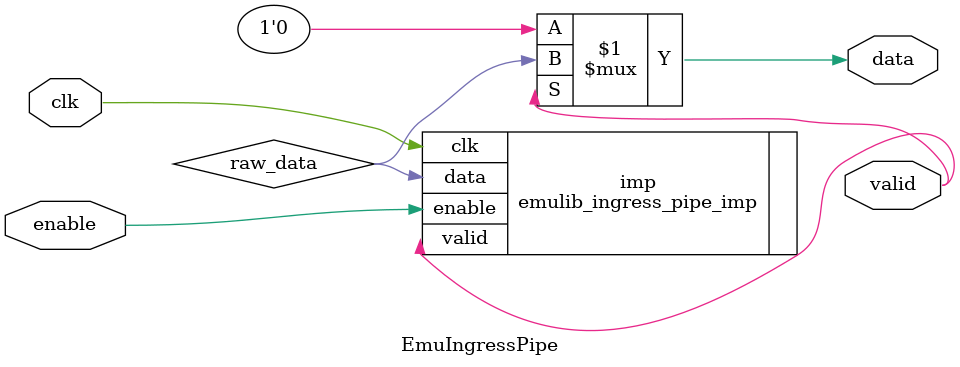
<source format=v>
`timescale 1ns / 1ps

module EmuIngressPipe #(
    parameter DATA_WIDTH = 1
)(
    input  wire                     clk,
    input  wire                     enable,
    output wire                     valid,
    output wire [DATA_WIDTH-1:0]    data
);

    wire [DATA_WIDTH-1:0] raw_data;

    emulib_ingress_pipe_imp #(
        .DATA_WIDTH (DATA_WIDTH)
    ) imp (
        .clk    (clk),
        .enable (enable),
        .valid  (valid),
        .data   (raw_data)
    );

    assign data = valid ? raw_data : {DATA_WIDTH{1'b0}};

endmodule

</source>
